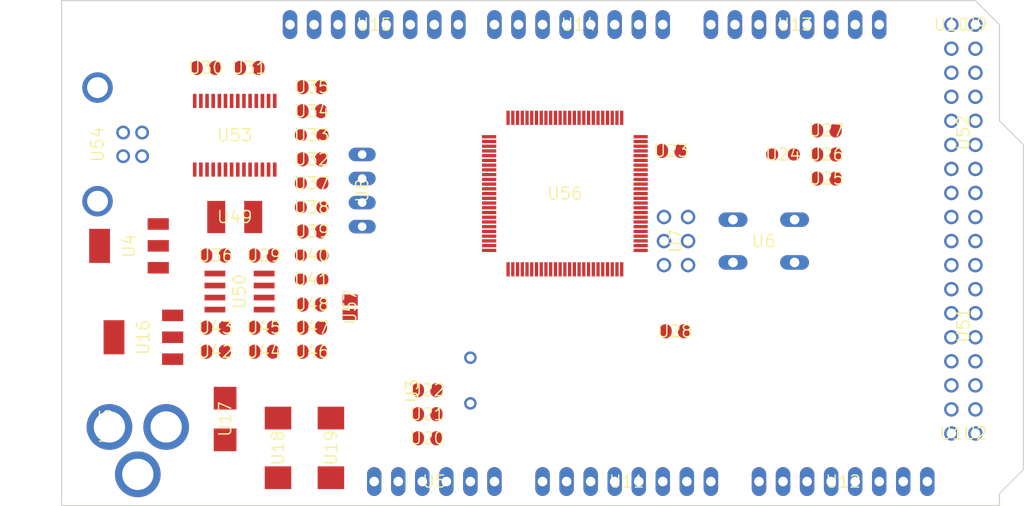
<source format=kicad_pcb>
(kicad_pcb (version 20221018) (generator pcbnew)
  (layers (0 "F.Cu" signal "Top") (31 "B.Cu" signal "Bottom") (34 "B.Paste" user) (35 "F.Paste" user) (36 "B.SilkS" user "B.Silkscreen") (37 "F.SilkS" user "F.Silkscreen") (38 "B.Mask" user) (39 "F.Mask" user) (44 "Edge.Cuts" user))
  (net 0 "")
  (net 1 "+5V")
  (net 2 "GND")
  (net 3 "N$6")
  (net 4 "N$7")
  (net 5 "AREF")
  (net 6 "RESET")
  (net 7 "VIN")
  (net 8 "N$3")
  (net 9 "PWRIN")
  (net 10 "M8RXD")
  (net 11 "M8TXD")
  (net 12 "ADC0")
  (net 13 "ADC2")
  (net 14 "ADC1")
  (net 15 "ADC3")
  (net 16 "ADC4")
  (net 17 "ADC5")
  (net 18 "ADC6")
  (net 19 "ADC7")
  (net 20 "+3V3")
  (net 21 "SDA")
  (net 22 "SCL")
  (net 23 "ADC9")
  (net 24 "ADC8")
  (net 25 "ADC10")
  (net 26 "ADC11")
  (net 27 "ADC12")
  (net 28 "ADC13")
  (net 29 "ADC14")
  (net 30 "ADC15")
  (net 31 "PB3")
  (net 32 "PB2")
  (net 33 "PB1")
  (net 34 "PB5")
  (net 35 "PB4")
  (net 36 "PE5")
  (net 37 "PE4")
  (net 38 "PE3")
  (net 39 "PE1")
  (net 40 "PE0")
  (net 41 "N$15")
  (net 42 "N$53")
  (net 43 "N$54")
  (net 44 "N$55")
  (net 45 "D-")
  (net 46 "D+")
  (net 47 "N$60")
  (net 48 "DTR")
  (net 49 "USBVCC")
  (net 50 "N$2")
  (net 51 "N$4")
  (net 52 "GATE_CMD")
  (net 53 "CMP")
  (net 54 "PB6")
  (net 55 "PH3")
  (net 56 "PH4")
  (net 57 "PH5")
  (net 58 "PH6")
  (net 59 "PG5")
  (net 60 "RXD1")
  (net 61 "TXD1")
  (net 62 "RXD2")
  (net 63 "RXD3")
  (net 64 "TXD2")
  (net 65 "TXD3")
  (net 66 "PC0")
  (net 67 "PC1")
  (net 68 "PC2")
  (net 69 "PC3")
  (net 70 "PC4")
  (net 71 "PC5")
  (net 72 "PC6")
  (net 73 "PC7")
  (net 74 "PB0")
  (net 75 "PG0")
  (net 76 "PG1")
  (net 77 "PG2")
  (net 78 "PD7")
  (net 79 "PA0")
  (net 80 "PA1")
  (net 81 "PA2")
  (net 82 "PA3")
  (net 83 "PA4")
  (net 84 "PA5")
  (net 85 "PA6")
  (net 86 "PA7")
  (net 87 "PL0")
  (net 88 "PL1")
  (net 89 "PL2")
  (net 90 "PL3")
  (net 91 "PL4")
  (net 92 "PL5")
  (net 93 "PL6")
  (net 94 "PL7")
  (net 95 "PB7")
  (net 96 "CTS")
  (net 97 "DSR")
  (net 98 "DCD")
  (net 99 "RI")
  (footprint "Arduino_MEGA_Reference_Design:2X03" (layer "F.Cu") (at 162.5981 103.7336 -90)
    (fp_text reference "U7")
    (fp_text value "")
  )
  (footprint "Arduino_MEGA_Reference_Design:1X08" (layer "F.Cu") (at 152.3111 80.8736 180)
    (fp_text reference "U14")
    (fp_text value "")
  )
  (footprint "Arduino_MEGA_Reference_Design:1X08" (layer "F.Cu") (at 130.7211 80.8736 180)
    (fp_text reference "U15")
    (fp_text value "")
  )
  (footprint "Arduino_MEGA_Reference_Design:SMC_D" (layer "F.Cu") (at 120.5611 125.5776 -90)
    (fp_text reference "U18")
    (fp_text value "")
  )
  (footprint "Arduino_MEGA_Reference_Design:SMC_D" (layer "F.Cu") (at 126.1491 125.5776 -90)
    (fp_text reference "U19")
    (fp_text value "")
  )
  (footprint "Arduino_MEGA_Reference_Design:B3F-10XX" (layer "F.Cu") (at 171.8691 103.7336 180)
    (fp_text reference "U6")
    (fp_text value "")
  )
  (footprint "Arduino_MEGA_Reference_Design:0805RND" (layer "F.Cu") (at 173.9011 94.5896 180)
    (fp_text reference "U24")
    (fp_text value "")
  )
  (footprint "Arduino_MEGA_Reference_Design:SMB" (layer "F.Cu") (at 114.9731 122.5296 -90)
    (fp_text reference "U17")
    (fp_text value "")
  )
  (footprint "Arduino_MEGA_Reference_Design:DC-21MM" (layer "F.Cu") (at 103.0351 123.2916 90)
    (fp_text reference "U55")
    (fp_text value "")
  )
  (footprint "Arduino_MEGA_Reference_Design:HC49_S" (layer "F.Cu") (at 140.8811 118.4656 90)
    (fp_text reference "U3")
    (fp_text value "")
  )
  (footprint "Arduino_MEGA_Reference_Design:SOT223" (layer "F.Cu") (at 106.3371 113.8936 90)
    (fp_text reference "U16")
    (fp_text value "")
  )
  (footprint "Arduino_MEGA_Reference_Design:1X06" (layer "F.Cu") (at 137.0711 129.1336)
    (fp_text reference "U5")
    (fp_text value "")
  )
  (footprint "Arduino_MEGA_Reference_Design:C0805RND" (layer "F.Cu") (at 124.1171 87.4776)
    (fp_text reference "U35")
    (fp_text value "")
  )
  (footprint "Arduino_MEGA_Reference_Design:C0805RND" (layer "F.Cu") (at 162.4711 113.2586)
    (fp_text reference "U28")
    (fp_text value "")
  )
  (footprint "Arduino_MEGA_Reference_Design:C0805RND" (layer "F.Cu") (at 136.3091 122.0216)
    (fp_text reference "U21")
    (fp_text value "")
  )
  (footprint "Arduino_MEGA_Reference_Design:C0805RND" (layer "F.Cu") (at 136.3091 119.4816)
    (fp_text reference "U22")
    (fp_text value "")
  )
  (footprint "Arduino_MEGA_Reference_Design:C0805RND" (layer "F.Cu") (at 113.9571 112.8776)
    (fp_text reference "U43")
    (fp_text value "")
  )
  (footprint "Arduino_MEGA_Reference_Design:RCL_0805RND" (layer "F.Cu") (at 124.1171 105.2576)
    (fp_text reference "U40")
    (fp_text value "")
  )
  (footprint "Arduino_MEGA_Reference_Design:RCL_0805RND" (layer "F.Cu") (at 124.1171 107.7976)
    (fp_text reference "U41")
    (fp_text value "")
  )
  (footprint "Arduino_MEGA_Reference_Design:1X08" (layer "F.Cu") (at 157.3911 129.1336)
    (fp_text reference "U11")
    (fp_text value "")
  )
  (footprint "Arduino_MEGA_Reference_Design:1X08" (layer "F.Cu") (at 175.1711 80.8736 180)
    (fp_text reference "U13")
    (fp_text value "")
  )
  (footprint "Arduino_MEGA_Reference_Design:R0805RND" (layer "F.Cu") (at 178.4731 94.5896 180)
    (fp_text reference "U26")
    (fp_text value "")
  )
  (footprint "Arduino_MEGA_Reference_Design:R0805RND" (layer "F.Cu") (at 178.4731 92.0496 180)
    (fp_text reference "U27")
    (fp_text value "")
  )
  (footprint "Arduino_MEGA_Reference_Design:TQFP100" (layer "F.Cu") (at 150.86109924316406 98.71720886230469 0)
    (fp_text reference "U56")
    (fp_text value "")
  )
  (footprint "Arduino_MEGA_Reference_Design:C0805RND" (layer "F.Cu") (at 162.0901 94.2086 180)
    (fp_text reference "U23")
    (fp_text value "")
  )
  (footprint "Arduino_MEGA_Reference_Design:C0805RND" (layer "F.Cu") (at 136.3091 124.5616)
    (fp_text reference "U20")
    (fp_text value "")
  )
  (footprint "Arduino_MEGA_Reference_Design:1X08" (layer "F.Cu") (at 180.2511 129.1336)
    (fp_text reference "U12")
    (fp_text value "")
  )
  (footprint "Arduino_MEGA_Reference_Design:R0805RND" (layer "F.Cu") (at 124.1171 112.8776)
    (fp_text reference "U47")
    (fp_text value "")
  )
  (footprint "Arduino_MEGA_Reference_Design:C0805RND" (layer "F.Cu") (at 124.1171 115.4176)
    (fp_text reference "U46")
    (fp_text value "")
  )
  (footprint "Arduino_MEGA_Reference_Design:C0805RND" (layer "F.Cu") (at 113.9571 105.2576)
    (fp_text reference "U36")
    (fp_text value "")
  )
  (footprint "Arduino_MEGA_Reference_Design:C0805RND" (layer "F.Cu") (at 112.9411 85.4456)
    (fp_text reference "U30")
    (fp_text value "")
  )
  (footprint "Arduino_MEGA_Reference_Design:0805RND" (layer "F.Cu") (at 124.1171 100.1776 180)
    (fp_text reference "U38")
    (fp_text value "")
  )
  (footprint "Arduino_MEGA_Reference_Design:0805RND" (layer "F.Cu") (at 124.1171 97.6376 180)
    (fp_text reference "U37")
    (fp_text value "")
  )
  (footprint "Arduino_MEGA_Reference_Design:R0805RND" (layer "F.Cu") (at 124.1171 95.0976)
    (fp_text reference "U32")
    (fp_text value "")
  )
  (footprint "Arduino_MEGA_Reference_Design:R0805RND" (layer "F.Cu") (at 124.1171 102.7176)
    (fp_text reference "U39")
    (fp_text value "")
  )
  (footprint "Arduino_MEGA_Reference_Design:SSOP28" (layer "F.Cu") (at 115.9891 92.5576)
    (fp_text reference "U53")
    (fp_text value "")
  )
  (footprint "Arduino_MEGA_Reference_Design:PN61729" (layer "F.Cu") (at 98.9584 93.5228 -90)
    (fp_text reference "U54")
    (fp_text value "")
  )
  (footprint "Arduino_MEGA_Reference_Design:L1812" (layer "F.Cu") (at 115.9891 101.1936)
    (fp_text reference "U49")
    (fp_text value "")
  )
  (footprint "Arduino_MEGA_Reference_Design:C0805RND" (layer "F.Cu") (at 117.5131 85.4456)
    (fp_text reference "U31")
    (fp_text value "")
  )
  (footprint "Arduino_MEGA_Reference_Design:0805RND" (layer "F.Cu") (at 124.1171 92.5576 180)
    (fp_text reference "U33")
    (fp_text value "")
  )
  (footprint "Arduino_MEGA_Reference_Design:R0805RND" (layer "F.Cu") (at 124.1171 90.0176 180)
    (fp_text reference "U34")
    (fp_text value "")
  )
  (footprint "Arduino_MEGA_Reference_Design:C0805RND" (layer "F.Cu") (at 124.1171 110.4392 180)
    (fp_text reference "U48")
    (fp_text value "")
  )
  (footprint "Arduino_MEGA_Reference_Design:SOT223" (layer "F.Cu") (at 104.8131 104.2416 90)
    (fp_text reference "U4")
    (fp_text value "")
  )
  (footprint "Arduino_MEGA_Reference_Design:SO08" (layer "F.Cu") (at 116.4971 109.0676 -90)
    (fp_text reference "U50")
    (fp_text value "")
  )
  (footprint "Arduino_MEGA_Reference_Design:R0805RND" (layer "F.Cu") (at 113.9571 115.4176 180)
    (fp_text reference "U42")
    (fp_text value "")
  )
  (footprint "Arduino_MEGA_Reference_Design:R0805RND" (layer "F.Cu") (at 119.0371 112.8776 180)
    (fp_text reference "U45")
    (fp_text value "")
  )
  (footprint "Arduino_MEGA_Reference_Design:C0805RND" (layer "F.Cu") (at 119.0371 115.4176 180)
    (fp_text reference "U44")
    (fp_text value "")
  )
  (footprint "Arduino_MEGA_Reference_Design:C0805RND" (layer "F.Cu") (at 119.0371 105.2576)
    (fp_text reference "U29")
    (fp_text value "")
  )
  (footprint "Arduino_MEGA_Reference_Design:2X08" (layer "F.Cu") (at 192.9511 92.3036 90)
    (fp_text reference "U52")
    (fp_text value "")
  )
  (footprint "Arduino_MEGA_Reference_Design:2X08" (layer "F.Cu") (at 192.9511 112.6236 90)
    (fp_text reference "U51")
    (fp_text value "")
  )
  (footprint "Arduino_MEGA_Reference_Design:R0805RND" (layer "F.Cu") (at 178.4731 97.1296 180)
    (fp_text reference "U25")
    (fp_text value "")
  )
  (footprint "Arduino_MEGA_Reference_Design:1X01" (layer "F.Cu") (at 191.6811 80.8736)
    (fp_text reference "U10")
    (fp_text value "")
  )
  (footprint "Arduino_MEGA_Reference_Design:1X01" (layer "F.Cu") (at 194.2211 80.8736)
    (fp_text reference "U9")
    (fp_text value "")
  )
  (footprint "Arduino_MEGA_Reference_Design:1X01" (layer "F.Cu") (at 191.6811 124.0536)
    (fp_text reference "U1")
    (fp_text value "")
  )
  (footprint "Arduino_MEGA_Reference_Design:1X01" (layer "F.Cu") (at 194.2211 124.0536)
    (fp_text reference "U2")
    (fp_text value "")
  )
  (footprint "Arduino_MEGA_Reference_Design:SJ" (layer "F.Cu") (at 128.1811 110.7186 -90)
    (fp_text reference "U57")
    (fp_text value "")
  )
  (footprint "Arduino_MEGA_Reference_Design:JP4" (layer "F.Cu") (at 129.4511 98.3996 -90)
    (fp_text reference "U8")
    (fp_text value "")
  )
  (gr_line (start 196.7611 80.8736) (end 196.7611 91.0336) (layer "Edge.Cuts") (width 0.12))
  (gr_line (start 196.7611 130.4036) (end 196.7611 131.6736) (layer "Edge.Cuts") (width 0.12))
  (gr_line (start 194.2211 78.3336) (end 196.7611 80.8736) (layer "Edge.Cuts") (width 0.12))
  (gr_line (start 97.7011 78.3336) (end 194.2211 78.3336) (layer "Edge.Cuts") (width 0.12))
  (gr_line (start 196.7611 91.0336) (end 199.3011 93.5736) (layer "Edge.Cuts") (width 0.12))
  (gr_line (start 97.7011 131.6736) (end 97.7011 78.3336) (layer "Edge.Cuts") (width 0.12))
  (gr_line (start 196.7611 131.6736) (end 97.7011 131.6736) (layer "Edge.Cuts") (width 0.12))
  (gr_line (start 199.3011 93.5736) (end 199.3011 127.8636) (layer "Edge.Cuts") (width 0.12))
  (gr_line (start 199.3011 127.8636) (end 196.7611 130.4036) (layer "Edge.Cuts") (width 0.12))
)
</source>
